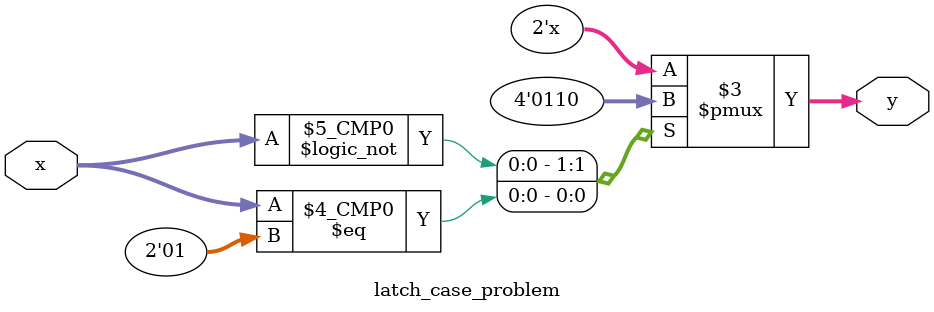
<source format=v>
module latch_case_problem (input [1:0] x, output reg [1:0] y);
    // problem: y is undefined when
    // x == 2'b10 or x == 2'b11,
    // so a latch gets instantiated
    // in combinational always statement.
	// should have a "default" case.
    always @(*)
    begin
        case (x)
        2'b00:
            y = 2'b01;
        2'b01:
            y = 2'b10;
        endcase
    end
endmodule

</source>
